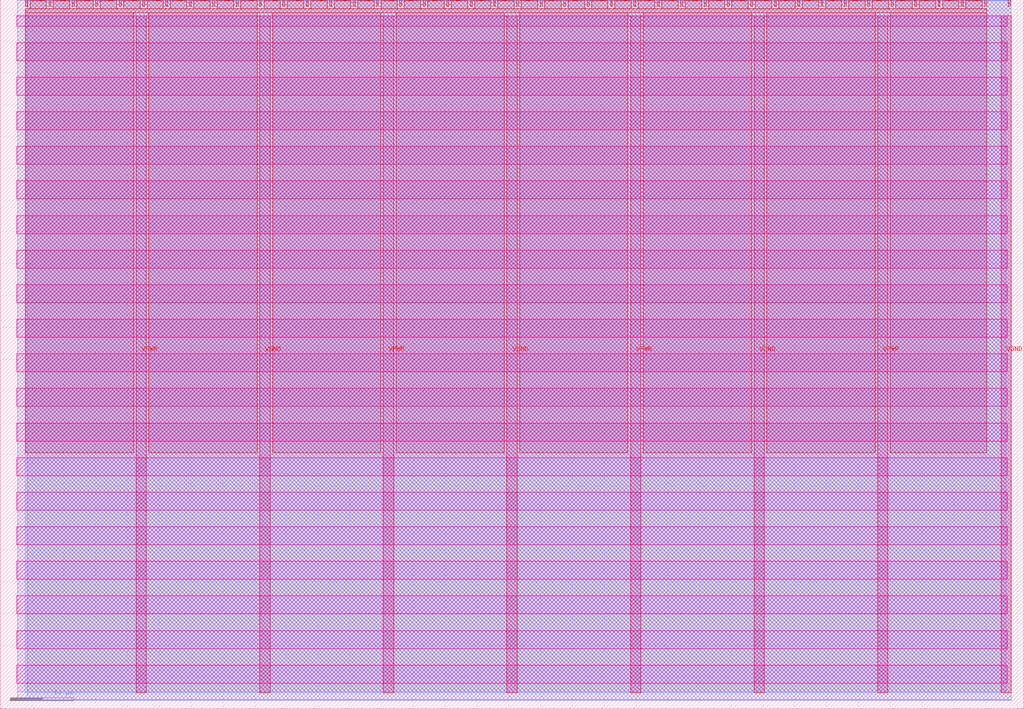
<source format=lef>
VERSION 5.7 ;
  NOWIREEXTENSIONATPIN ON ;
  DIVIDERCHAR "/" ;
  BUSBITCHARS "[]" ;
MACRO tt_um_ja1tye_tiny_cpu
  CLASS BLOCK ;
  FOREIGN tt_um_ja1tye_tiny_cpu ;
  ORIGIN 0.000 0.000 ;
  SIZE 161.000 BY 111.520 ;
  PIN VGND
    DIRECTION INOUT ;
    USE GROUND ;
    PORT
      LAYER met4 ;
        RECT 40.830 2.480 42.430 109.040 ;
    END
    PORT
      LAYER met4 ;
        RECT 79.700 2.480 81.300 109.040 ;
    END
    PORT
      LAYER met4 ;
        RECT 118.570 2.480 120.170 109.040 ;
    END
    PORT
      LAYER met4 ;
        RECT 157.440 2.480 159.040 109.040 ;
    END
  END VGND
  PIN VPWR
    DIRECTION INOUT ;
    USE POWER ;
    PORT
      LAYER met4 ;
        RECT 21.395 2.480 22.995 109.040 ;
    END
    PORT
      LAYER met4 ;
        RECT 60.265 2.480 61.865 109.040 ;
    END
    PORT
      LAYER met4 ;
        RECT 99.135 2.480 100.735 109.040 ;
    END
    PORT
      LAYER met4 ;
        RECT 138.005 2.480 139.605 109.040 ;
    END
  END VPWR
  PIN clk
    DIRECTION INPUT ;
    USE SIGNAL ;
    ANTENNAGATEAREA 0.852000 ;
    PORT
      LAYER met4 ;
        RECT 154.870 110.520 155.170 111.520 ;
    END
  END clk
  PIN ena
    DIRECTION INPUT ;
    USE SIGNAL ;
    PORT
      LAYER met4 ;
        RECT 158.550 110.520 158.850 111.520 ;
    END
  END ena
  PIN rst_n
    DIRECTION INPUT ;
    USE SIGNAL ;
    ANTENNAGATEAREA 0.159000 ;
    PORT
      LAYER met4 ;
        RECT 151.190 110.520 151.490 111.520 ;
    END
  END rst_n
  PIN ui_in[0]
    DIRECTION INPUT ;
    USE SIGNAL ;
    ANTENNAGATEAREA 0.196500 ;
    PORT
      LAYER met4 ;
        RECT 147.510 110.520 147.810 111.520 ;
    END
  END ui_in[0]
  PIN ui_in[1]
    DIRECTION INPUT ;
    USE SIGNAL ;
    PORT
      LAYER met4 ;
        RECT 143.830 110.520 144.130 111.520 ;
    END
  END ui_in[1]
  PIN ui_in[2]
    DIRECTION INPUT ;
    USE SIGNAL ;
    PORT
      LAYER met4 ;
        RECT 140.150 110.520 140.450 111.520 ;
    END
  END ui_in[2]
  PIN ui_in[3]
    DIRECTION INPUT ;
    USE SIGNAL ;
    PORT
      LAYER met4 ;
        RECT 136.470 110.520 136.770 111.520 ;
    END
  END ui_in[3]
  PIN ui_in[4]
    DIRECTION INPUT ;
    USE SIGNAL ;
    PORT
      LAYER met4 ;
        RECT 132.790 110.520 133.090 111.520 ;
    END
  END ui_in[4]
  PIN ui_in[5]
    DIRECTION INPUT ;
    USE SIGNAL ;
    PORT
      LAYER met4 ;
        RECT 129.110 110.520 129.410 111.520 ;
    END
  END ui_in[5]
  PIN ui_in[6]
    DIRECTION INPUT ;
    USE SIGNAL ;
    PORT
      LAYER met4 ;
        RECT 125.430 110.520 125.730 111.520 ;
    END
  END ui_in[6]
  PIN ui_in[7]
    DIRECTION INPUT ;
    USE SIGNAL ;
    PORT
      LAYER met4 ;
        RECT 121.750 110.520 122.050 111.520 ;
    END
  END ui_in[7]
  PIN uio_in[0]
    DIRECTION INPUT ;
    USE SIGNAL ;
    ANTENNAGATEAREA 0.196500 ;
    PORT
      LAYER met4 ;
        RECT 118.070 110.520 118.370 111.520 ;
    END
  END uio_in[0]
  PIN uio_in[1]
    DIRECTION INPUT ;
    USE SIGNAL ;
    ANTENNAGATEAREA 0.196500 ;
    PORT
      LAYER met4 ;
        RECT 114.390 110.520 114.690 111.520 ;
    END
  END uio_in[1]
  PIN uio_in[2]
    DIRECTION INPUT ;
    USE SIGNAL ;
    ANTENNAGATEAREA 0.196500 ;
    PORT
      LAYER met4 ;
        RECT 110.710 110.520 111.010 111.520 ;
    END
  END uio_in[2]
  PIN uio_in[3]
    DIRECTION INPUT ;
    USE SIGNAL ;
    ANTENNAGATEAREA 0.196500 ;
    PORT
      LAYER met4 ;
        RECT 107.030 110.520 107.330 111.520 ;
    END
  END uio_in[3]
  PIN uio_in[4]
    DIRECTION INPUT ;
    USE SIGNAL ;
    PORT
      LAYER met4 ;
        RECT 103.350 110.520 103.650 111.520 ;
    END
  END uio_in[4]
  PIN uio_in[5]
    DIRECTION INPUT ;
    USE SIGNAL ;
    PORT
      LAYER met4 ;
        RECT 99.670 110.520 99.970 111.520 ;
    END
  END uio_in[5]
  PIN uio_in[6]
    DIRECTION INPUT ;
    USE SIGNAL ;
    PORT
      LAYER met4 ;
        RECT 95.990 110.520 96.290 111.520 ;
    END
  END uio_in[6]
  PIN uio_in[7]
    DIRECTION INPUT ;
    USE SIGNAL ;
    PORT
      LAYER met4 ;
        RECT 92.310 110.520 92.610 111.520 ;
    END
  END uio_in[7]
  PIN uio_oe[0]
    DIRECTION OUTPUT TRISTATE ;
    USE SIGNAL ;
    ANTENNAGATEAREA 0.373500 ;
    ANTENNADIFFAREA 0.891000 ;
    PORT
      LAYER met4 ;
        RECT 29.750 110.520 30.050 111.520 ;
    END
  END uio_oe[0]
  PIN uio_oe[1]
    DIRECTION OUTPUT TRISTATE ;
    USE SIGNAL ;
    ANTENNAGATEAREA 0.373500 ;
    ANTENNADIFFAREA 0.891000 ;
    PORT
      LAYER met4 ;
        RECT 26.070 110.520 26.370 111.520 ;
    END
  END uio_oe[1]
  PIN uio_oe[2]
    DIRECTION OUTPUT TRISTATE ;
    USE SIGNAL ;
    ANTENNAGATEAREA 0.373500 ;
    ANTENNADIFFAREA 0.891000 ;
    PORT
      LAYER met4 ;
        RECT 22.390 110.520 22.690 111.520 ;
    END
  END uio_oe[2]
  PIN uio_oe[3]
    DIRECTION OUTPUT TRISTATE ;
    USE SIGNAL ;
    ANTENNAGATEAREA 0.373500 ;
    ANTENNADIFFAREA 0.891000 ;
    PORT
      LAYER met4 ;
        RECT 18.710 110.520 19.010 111.520 ;
    END
  END uio_oe[3]
  PIN uio_oe[4]
    DIRECTION OUTPUT TRISTATE ;
    USE SIGNAL ;
    PORT
      LAYER met4 ;
        RECT 15.030 110.520 15.330 111.520 ;
    END
  END uio_oe[4]
  PIN uio_oe[5]
    DIRECTION OUTPUT TRISTATE ;
    USE SIGNAL ;
    PORT
      LAYER met4 ;
        RECT 11.350 110.520 11.650 111.520 ;
    END
  END uio_oe[5]
  PIN uio_oe[6]
    DIRECTION OUTPUT TRISTATE ;
    USE SIGNAL ;
    PORT
      LAYER met4 ;
        RECT 7.670 110.520 7.970 111.520 ;
    END
  END uio_oe[6]
  PIN uio_oe[7]
    DIRECTION OUTPUT TRISTATE ;
    USE SIGNAL ;
    PORT
      LAYER met4 ;
        RECT 3.990 110.520 4.290 111.520 ;
    END
  END uio_oe[7]
  PIN uio_out[0]
    DIRECTION OUTPUT TRISTATE ;
    USE SIGNAL ;
    ANTENNAGATEAREA 0.373500 ;
    ANTENNADIFFAREA 0.891000 ;
    PORT
      LAYER met4 ;
        RECT 59.190 110.520 59.490 111.520 ;
    END
  END uio_out[0]
  PIN uio_out[1]
    DIRECTION OUTPUT TRISTATE ;
    USE SIGNAL ;
    ANTENNAGATEAREA 0.373500 ;
    ANTENNADIFFAREA 0.891000 ;
    PORT
      LAYER met4 ;
        RECT 55.510 110.520 55.810 111.520 ;
    END
  END uio_out[1]
  PIN uio_out[2]
    DIRECTION OUTPUT TRISTATE ;
    USE SIGNAL ;
    ANTENNAGATEAREA 0.373500 ;
    ANTENNADIFFAREA 0.891000 ;
    PORT
      LAYER met4 ;
        RECT 51.830 110.520 52.130 111.520 ;
    END
  END uio_out[2]
  PIN uio_out[3]
    DIRECTION OUTPUT TRISTATE ;
    USE SIGNAL ;
    ANTENNAGATEAREA 0.373500 ;
    ANTENNADIFFAREA 0.891000 ;
    PORT
      LAYER met4 ;
        RECT 48.150 110.520 48.450 111.520 ;
    END
  END uio_out[3]
  PIN uio_out[4]
    DIRECTION OUTPUT TRISTATE ;
    USE SIGNAL ;
    ANTENNAGATEAREA 0.373500 ;
    ANTENNADIFFAREA 0.891000 ;
    PORT
      LAYER met4 ;
        RECT 44.470 110.520 44.770 111.520 ;
    END
  END uio_out[4]
  PIN uio_out[5]
    DIRECTION OUTPUT TRISTATE ;
    USE SIGNAL ;
    ANTENNAGATEAREA 0.373500 ;
    ANTENNADIFFAREA 0.891000 ;
    PORT
      LAYER met4 ;
        RECT 40.790 110.520 41.090 111.520 ;
    END
  END uio_out[5]
  PIN uio_out[6]
    DIRECTION OUTPUT TRISTATE ;
    USE SIGNAL ;
    ANTENNAGATEAREA 0.373500 ;
    ANTENNADIFFAREA 0.891000 ;
    PORT
      LAYER met4 ;
        RECT 37.110 110.520 37.410 111.520 ;
    END
  END uio_out[6]
  PIN uio_out[7]
    DIRECTION OUTPUT TRISTATE ;
    USE SIGNAL ;
    ANTENNAGATEAREA 0.373500 ;
    ANTENNADIFFAREA 0.891000 ;
    PORT
      LAYER met4 ;
        RECT 33.430 110.520 33.730 111.520 ;
    END
  END uio_out[7]
  PIN uo_out[0]
    DIRECTION OUTPUT TRISTATE ;
    USE SIGNAL ;
    ANTENNADIFFAREA 0.795200 ;
    PORT
      LAYER met4 ;
        RECT 88.630 110.520 88.930 111.520 ;
    END
  END uo_out[0]
  PIN uo_out[1]
    DIRECTION OUTPUT TRISTATE ;
    USE SIGNAL ;
    ANTENNADIFFAREA 0.795200 ;
    PORT
      LAYER met4 ;
        RECT 84.950 110.520 85.250 111.520 ;
    END
  END uo_out[1]
  PIN uo_out[2]
    DIRECTION OUTPUT TRISTATE ;
    USE SIGNAL ;
    ANTENNADIFFAREA 0.795200 ;
    PORT
      LAYER met4 ;
        RECT 81.270 110.520 81.570 111.520 ;
    END
  END uo_out[2]
  PIN uo_out[3]
    DIRECTION OUTPUT TRISTATE ;
    USE SIGNAL ;
    ANTENNADIFFAREA 0.795200 ;
    PORT
      LAYER met4 ;
        RECT 77.590 110.520 77.890 111.520 ;
    END
  END uo_out[3]
  PIN uo_out[4]
    DIRECTION OUTPUT TRISTATE ;
    USE SIGNAL ;
    ANTENNADIFFAREA 0.795200 ;
    PORT
      LAYER met4 ;
        RECT 73.910 110.520 74.210 111.520 ;
    END
  END uo_out[4]
  PIN uo_out[5]
    DIRECTION OUTPUT TRISTATE ;
    USE SIGNAL ;
    ANTENNADIFFAREA 0.445500 ;
    PORT
      LAYER met4 ;
        RECT 70.230 110.520 70.530 111.520 ;
    END
  END uo_out[5]
  PIN uo_out[6]
    DIRECTION OUTPUT TRISTATE ;
    USE SIGNAL ;
    ANTENNADIFFAREA 0.795200 ;
    PORT
      LAYER met4 ;
        RECT 66.550 110.520 66.850 111.520 ;
    END
  END uo_out[6]
  PIN uo_out[7]
    DIRECTION OUTPUT TRISTATE ;
    USE SIGNAL ;
    ANTENNADIFFAREA 0.795200 ;
    PORT
      LAYER met4 ;
        RECT 62.870 110.520 63.170 111.520 ;
    END
  END uo_out[7]
  OBS
      LAYER nwell ;
        RECT 2.570 107.385 158.430 108.990 ;
        RECT 2.570 101.945 158.430 104.775 ;
        RECT 2.570 96.505 158.430 99.335 ;
        RECT 2.570 91.065 158.430 93.895 ;
        RECT 2.570 85.625 158.430 88.455 ;
        RECT 2.570 80.185 158.430 83.015 ;
        RECT 2.570 74.745 158.430 77.575 ;
        RECT 2.570 69.305 158.430 72.135 ;
        RECT 2.570 63.865 158.430 66.695 ;
        RECT 2.570 58.425 158.430 61.255 ;
        RECT 2.570 52.985 158.430 55.815 ;
        RECT 2.570 47.545 158.430 50.375 ;
        RECT 2.570 42.105 158.430 44.935 ;
        RECT 2.570 36.665 158.430 39.495 ;
        RECT 2.570 31.225 158.430 34.055 ;
        RECT 2.570 25.785 158.430 28.615 ;
        RECT 2.570 20.345 158.430 23.175 ;
        RECT 2.570 14.905 158.430 17.735 ;
        RECT 2.570 9.465 158.430 12.295 ;
        RECT 2.570 4.025 158.430 6.855 ;
      LAYER li1 ;
        RECT 2.760 2.635 158.240 108.885 ;
      LAYER met1 ;
        RECT 2.760 1.400 159.040 111.480 ;
      LAYER met2 ;
        RECT 4.230 1.370 159.010 111.510 ;
      LAYER met3 ;
        RECT 3.950 2.555 159.030 111.345 ;
      LAYER met4 ;
        RECT 4.690 110.120 7.270 111.345 ;
        RECT 8.370 110.120 10.950 111.345 ;
        RECT 12.050 110.120 14.630 111.345 ;
        RECT 15.730 110.120 18.310 111.345 ;
        RECT 19.410 110.120 21.990 111.345 ;
        RECT 23.090 110.120 25.670 111.345 ;
        RECT 26.770 110.120 29.350 111.345 ;
        RECT 30.450 110.120 33.030 111.345 ;
        RECT 34.130 110.120 36.710 111.345 ;
        RECT 37.810 110.120 40.390 111.345 ;
        RECT 41.490 110.120 44.070 111.345 ;
        RECT 45.170 110.120 47.750 111.345 ;
        RECT 48.850 110.120 51.430 111.345 ;
        RECT 52.530 110.120 55.110 111.345 ;
        RECT 56.210 110.120 58.790 111.345 ;
        RECT 59.890 110.120 62.470 111.345 ;
        RECT 63.570 110.120 66.150 111.345 ;
        RECT 67.250 110.120 69.830 111.345 ;
        RECT 70.930 110.120 73.510 111.345 ;
        RECT 74.610 110.120 77.190 111.345 ;
        RECT 78.290 110.120 80.870 111.345 ;
        RECT 81.970 110.120 84.550 111.345 ;
        RECT 85.650 110.120 88.230 111.345 ;
        RECT 89.330 110.120 91.910 111.345 ;
        RECT 93.010 110.120 95.590 111.345 ;
        RECT 96.690 110.120 99.270 111.345 ;
        RECT 100.370 110.120 102.950 111.345 ;
        RECT 104.050 110.120 106.630 111.345 ;
        RECT 107.730 110.120 110.310 111.345 ;
        RECT 111.410 110.120 113.990 111.345 ;
        RECT 115.090 110.120 117.670 111.345 ;
        RECT 118.770 110.120 121.350 111.345 ;
        RECT 122.450 110.120 125.030 111.345 ;
        RECT 126.130 110.120 128.710 111.345 ;
        RECT 129.810 110.120 132.390 111.345 ;
        RECT 133.490 110.120 136.070 111.345 ;
        RECT 137.170 110.120 139.750 111.345 ;
        RECT 140.850 110.120 143.430 111.345 ;
        RECT 144.530 110.120 147.110 111.345 ;
        RECT 148.210 110.120 150.790 111.345 ;
        RECT 151.890 110.120 154.470 111.345 ;
        RECT 3.975 109.440 155.185 110.120 ;
        RECT 3.975 40.295 20.995 109.440 ;
        RECT 23.395 40.295 40.430 109.440 ;
        RECT 42.830 40.295 59.865 109.440 ;
        RECT 62.265 40.295 79.300 109.440 ;
        RECT 81.700 40.295 98.735 109.440 ;
        RECT 101.135 40.295 118.170 109.440 ;
        RECT 120.570 40.295 137.605 109.440 ;
        RECT 140.005 40.295 155.185 109.440 ;
  END
END tt_um_ja1tye_tiny_cpu
END LIBRARY


</source>
